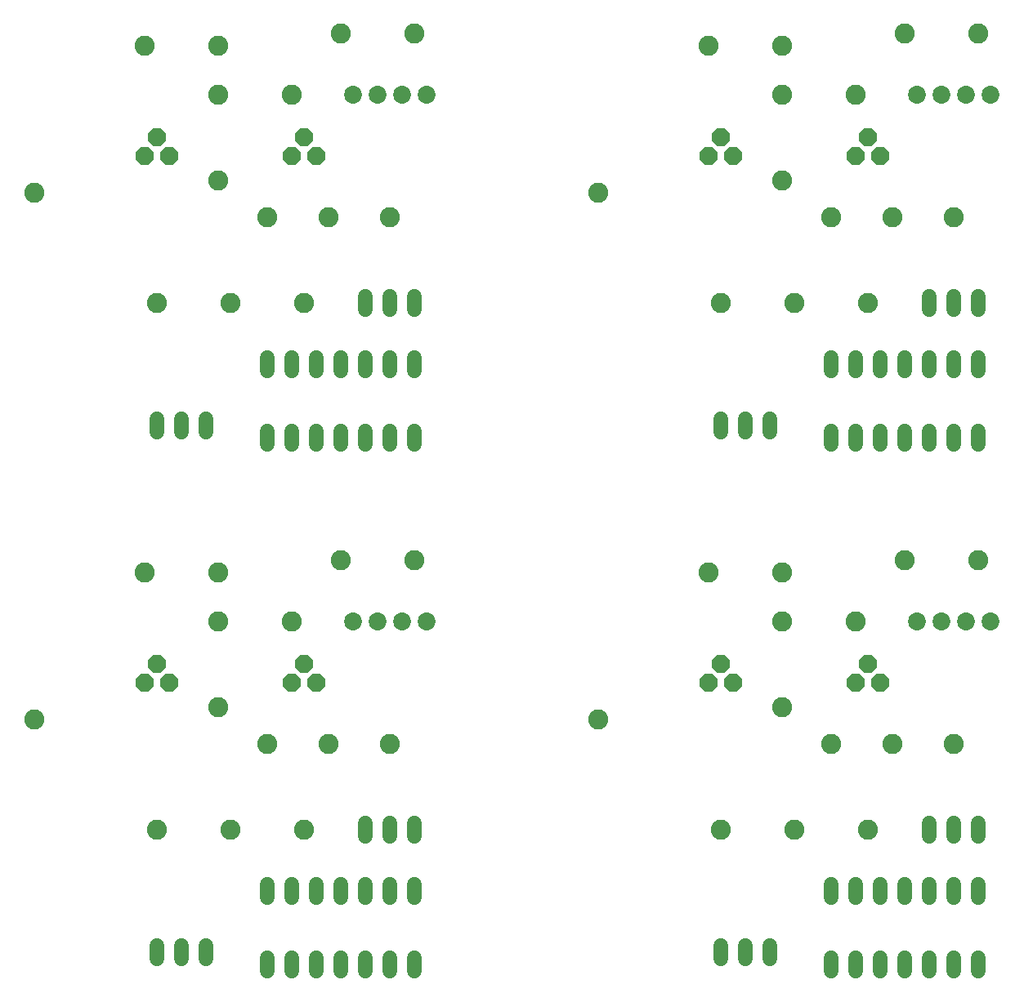
<source format=gts>
G75*
G70*
%OFA0B0*%
%FSLAX24Y24*%
%IPPOS*%
%LPD*%
%AMOC8*
5,1,8,0,0,1.08239X$1,22.5*
%
%ADD10C,0.0820*%
%ADD11C,0.0730*%
%ADD12C,0.0600*%
%ADD13OC8,0.0740*%
D10*
X010600Y009100D03*
X013600Y009100D03*
X016600Y009100D03*
X017600Y012600D03*
X020100Y012600D03*
X015100Y012600D03*
X013100Y014100D03*
X013100Y017600D03*
X013100Y019600D03*
X010100Y019600D03*
X016100Y017600D03*
X018100Y020100D03*
X021100Y020100D03*
X028600Y013600D03*
X033600Y009100D03*
X036600Y009100D03*
X039600Y009100D03*
X040600Y012600D03*
X043100Y012600D03*
X038100Y012600D03*
X036100Y014100D03*
X036100Y017600D03*
X036100Y019600D03*
X033100Y019600D03*
X039100Y017600D03*
X041100Y020100D03*
X044100Y020100D03*
X039600Y030600D03*
X036600Y030600D03*
X033600Y030600D03*
X038100Y034100D03*
X036100Y035600D03*
X036100Y039100D03*
X036100Y041100D03*
X033100Y041100D03*
X039100Y039100D03*
X041100Y041600D03*
X044100Y041600D03*
X043100Y034100D03*
X040600Y034100D03*
X028600Y035100D03*
X021100Y041600D03*
X018100Y041600D03*
X016100Y039100D03*
X013100Y039100D03*
X013100Y041100D03*
X010100Y041100D03*
X013100Y035600D03*
X015100Y034100D03*
X017600Y034100D03*
X020100Y034100D03*
X016600Y030600D03*
X013600Y030600D03*
X010600Y030600D03*
X005600Y035100D03*
X005600Y013600D03*
D11*
X018600Y017600D03*
X019600Y017600D03*
X020600Y017600D03*
X021600Y017600D03*
X041600Y017600D03*
X042600Y017600D03*
X043600Y017600D03*
X044600Y017600D03*
X044600Y039100D03*
X043600Y039100D03*
X042600Y039100D03*
X041600Y039100D03*
X021600Y039100D03*
X020600Y039100D03*
X019600Y039100D03*
X018600Y039100D03*
D12*
X010600Y004360D02*
X010600Y003840D01*
X011600Y003840D02*
X011600Y004360D01*
X012600Y004360D02*
X012600Y003840D01*
X015100Y003860D02*
X015100Y003340D01*
X016100Y003340D02*
X016100Y003860D01*
X017100Y003860D02*
X017100Y003340D01*
X018100Y003340D02*
X018100Y003860D01*
X019100Y003860D02*
X019100Y003340D01*
X020100Y003340D02*
X020100Y003860D01*
X021100Y003860D02*
X021100Y003340D01*
X021100Y006340D02*
X021100Y006860D01*
X020100Y006860D02*
X020100Y006340D01*
X019100Y006340D02*
X019100Y006860D01*
X018100Y006860D02*
X018100Y006340D01*
X017100Y006340D02*
X017100Y006860D01*
X016100Y006860D02*
X016100Y006340D01*
X015100Y006340D02*
X015100Y006860D01*
X019100Y008840D02*
X019100Y009360D01*
X020100Y009360D02*
X020100Y008840D01*
X021100Y008840D02*
X021100Y009360D01*
X033600Y004360D02*
X033600Y003840D01*
X034600Y003840D02*
X034600Y004360D01*
X035600Y004360D02*
X035600Y003840D01*
X038100Y003860D02*
X038100Y003340D01*
X039100Y003340D02*
X039100Y003860D01*
X040100Y003860D02*
X040100Y003340D01*
X041100Y003340D02*
X041100Y003860D01*
X042100Y003860D02*
X042100Y003340D01*
X043100Y003340D02*
X043100Y003860D01*
X044100Y003860D02*
X044100Y003340D01*
X044100Y006340D02*
X044100Y006860D01*
X043100Y006860D02*
X043100Y006340D01*
X042100Y006340D02*
X042100Y006860D01*
X041100Y006860D02*
X041100Y006340D01*
X040100Y006340D02*
X040100Y006860D01*
X039100Y006860D02*
X039100Y006340D01*
X038100Y006340D02*
X038100Y006860D01*
X042100Y008840D02*
X042100Y009360D01*
X043100Y009360D02*
X043100Y008840D01*
X044100Y008840D02*
X044100Y009360D01*
X044100Y024840D02*
X044100Y025360D01*
X043100Y025360D02*
X043100Y024840D01*
X042100Y024840D02*
X042100Y025360D01*
X041100Y025360D02*
X041100Y024840D01*
X040100Y024840D02*
X040100Y025360D01*
X039100Y025360D02*
X039100Y024840D01*
X038100Y024840D02*
X038100Y025360D01*
X035600Y025340D02*
X035600Y025860D01*
X034600Y025860D02*
X034600Y025340D01*
X033600Y025340D02*
X033600Y025860D01*
X038100Y027840D02*
X038100Y028360D01*
X039100Y028360D02*
X039100Y027840D01*
X040100Y027840D02*
X040100Y028360D01*
X041100Y028360D02*
X041100Y027840D01*
X042100Y027840D02*
X042100Y028360D01*
X043100Y028360D02*
X043100Y027840D01*
X044100Y027840D02*
X044100Y028360D01*
X044100Y030340D02*
X044100Y030860D01*
X043100Y030860D02*
X043100Y030340D01*
X042100Y030340D02*
X042100Y030860D01*
X021100Y030860D02*
X021100Y030340D01*
X020100Y030340D02*
X020100Y030860D01*
X019100Y030860D02*
X019100Y030340D01*
X019100Y028360D02*
X019100Y027840D01*
X018100Y027840D02*
X018100Y028360D01*
X017100Y028360D02*
X017100Y027840D01*
X016100Y027840D02*
X016100Y028360D01*
X015100Y028360D02*
X015100Y027840D01*
X012600Y025860D02*
X012600Y025340D01*
X011600Y025340D02*
X011600Y025860D01*
X010600Y025860D02*
X010600Y025340D01*
X015100Y025360D02*
X015100Y024840D01*
X016100Y024840D02*
X016100Y025360D01*
X017100Y025360D02*
X017100Y024840D01*
X018100Y024840D02*
X018100Y025360D01*
X019100Y025360D02*
X019100Y024840D01*
X020100Y024840D02*
X020100Y025360D01*
X021100Y025360D02*
X021100Y024840D01*
X021100Y027840D02*
X021100Y028360D01*
X020100Y028360D02*
X020100Y027840D01*
D13*
X017100Y036600D03*
X016600Y037350D03*
X016100Y036600D03*
X011100Y036600D03*
X010600Y037350D03*
X010100Y036600D03*
X010600Y015850D03*
X010100Y015100D03*
X011100Y015100D03*
X016100Y015100D03*
X016600Y015850D03*
X017100Y015100D03*
X033100Y015100D03*
X033600Y015850D03*
X034100Y015100D03*
X039100Y015100D03*
X039600Y015850D03*
X040100Y015100D03*
X040100Y036600D03*
X039600Y037350D03*
X039100Y036600D03*
X034100Y036600D03*
X033600Y037350D03*
X033100Y036600D03*
M02*

</source>
